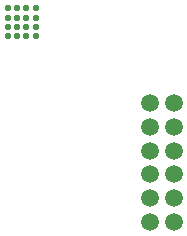
<source format=gbs>
G04*
G04 #@! TF.GenerationSoftware,Altium Limited,Altium Designer,24.10.1 (45)*
G04*
G04 Layer_Color=16711935*
%FSLAX44Y44*%
%MOMM*%
G71*
G04*
G04 #@! TF.SameCoordinates,45D0177C-C306-47A8-9F7C-5F692266BDBD*
G04*
G04*
G04 #@! TF.FilePolarity,Negative*
G04*
G01*
G75*
%ADD53C,1.4986*%
%ADD54C,0.5588*%
D53*
X129220Y-169540D02*
D03*
X109220D02*
D03*
X129220Y-149540D02*
D03*
X109220D02*
D03*
X129220Y-129540D02*
D03*
X109220D02*
D03*
X129220Y-109540D02*
D03*
X109220D02*
D03*
X129220Y-89540D02*
D03*
X109220D02*
D03*
X129220Y-69540D02*
D03*
X109220D02*
D03*
D54*
X-11191Y10817D02*
D03*
X-3317D02*
D03*
X4557D02*
D03*
X12431D02*
D03*
X-11191Y2943D02*
D03*
X-3317D02*
D03*
X4557D02*
D03*
X12431D02*
D03*
X-11191Y-4931D02*
D03*
X-3317D02*
D03*
X4557D02*
D03*
X12431D02*
D03*
X-11191Y-12805D02*
D03*
X-3317D02*
D03*
X4557D02*
D03*
X12431D02*
D03*
M02*

</source>
